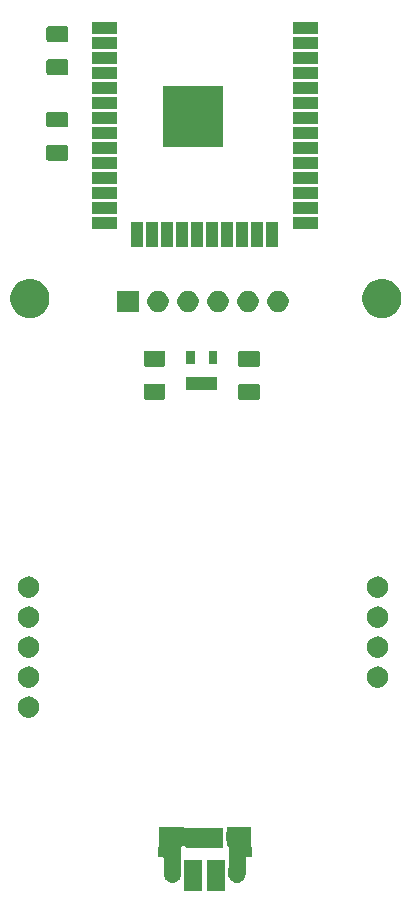
<source format=gbr>
G04 #@! TF.GenerationSoftware,KiCad,Pcbnew,(5.1.6)-1*
G04 #@! TF.CreationDate,2020-07-08T21:30:57-04:00*
G04 #@! TF.ProjectId,co2buddy,636f3262-7564-4647-992e-6b696361645f,rev?*
G04 #@! TF.SameCoordinates,Original*
G04 #@! TF.FileFunction,Soldermask,Top*
G04 #@! TF.FilePolarity,Negative*
%FSLAX46Y46*%
G04 Gerber Fmt 4.6, Leading zero omitted, Abs format (unit mm)*
G04 Created by KiCad (PCBNEW (5.1.6)-1) date 2020-07-08 21:30:57*
%MOMM*%
%LPD*%
G01*
G04 APERTURE LIST*
%ADD10C,0.100000*%
G04 APERTURE END LIST*
D10*
G36*
X136750800Y-106040800D02*
G01*
X135219200Y-106040800D01*
X135219200Y-103439200D01*
X136750800Y-103439200D01*
X136750800Y-106040800D01*
G37*
G36*
X134830800Y-106040800D02*
G01*
X133299200Y-106040800D01*
X133299200Y-103439200D01*
X134830800Y-103439200D01*
X134830800Y-106040800D01*
G37*
G36*
X137468409Y-100668599D02*
G01*
X137480649Y-100669200D01*
X138975800Y-100669200D01*
X138975800Y-102264201D01*
X138978202Y-102288587D01*
X138985315Y-102312036D01*
X138988300Y-102317621D01*
X138988300Y-103190800D01*
X138625799Y-103190800D01*
X138601413Y-103193202D01*
X138577964Y-103200315D01*
X138556353Y-103211866D01*
X138537411Y-103227411D01*
X138521866Y-103246353D01*
X138510315Y-103267964D01*
X138503202Y-103291413D01*
X138500800Y-103315799D01*
X138500800Y-104644171D01*
X138499009Y-104646353D01*
X138487458Y-104667964D01*
X138478545Y-104703547D01*
X138470298Y-104787279D01*
X138459293Y-104823559D01*
X138428796Y-104924095D01*
X138428794Y-104924098D01*
X138361401Y-105050183D01*
X138270701Y-105160701D01*
X138160183Y-105251401D01*
X138034095Y-105318796D01*
X137897283Y-105360298D01*
X137755000Y-105374311D01*
X137612718Y-105360298D01*
X137475906Y-105318796D01*
X137349818Y-105251401D01*
X137239300Y-105160701D01*
X137148599Y-105050182D01*
X137081204Y-104924095D01*
X137039702Y-104787283D01*
X137029200Y-104680650D01*
X137029200Y-104259351D01*
X137039702Y-104152718D01*
X137043817Y-104139154D01*
X137048598Y-104115120D01*
X137049200Y-104102868D01*
X137049200Y-102395799D01*
X137046798Y-102371413D01*
X137039685Y-102347964D01*
X137028134Y-102326353D01*
X137012589Y-102307411D01*
X136993647Y-102291866D01*
X136972036Y-102280315D01*
X136948587Y-102273202D01*
X136924201Y-102270800D01*
X136874200Y-102270800D01*
X136874200Y-101876557D01*
X136871798Y-101852171D01*
X136868823Y-101840293D01*
X136852893Y-101787777D01*
X136844200Y-101699515D01*
X136844200Y-101240486D01*
X136852893Y-101152224D01*
X136868820Y-101099718D01*
X136873598Y-101075696D01*
X136874200Y-101063444D01*
X136874200Y-100669200D01*
X137409351Y-100669200D01*
X137421591Y-100668599D01*
X137445000Y-100666293D01*
X137468409Y-100668599D01*
G37*
G36*
X132722776Y-100677893D02*
G01*
X132742311Y-100683819D01*
X132778591Y-100689200D01*
X133276559Y-100689200D01*
X133281353Y-100693134D01*
X133302964Y-100704685D01*
X133326413Y-100711798D01*
X133350799Y-100714200D01*
X136575800Y-100714200D01*
X136575800Y-102465800D01*
X133474200Y-102465800D01*
X133474200Y-102415799D01*
X133471798Y-102391413D01*
X133464685Y-102367964D01*
X133453134Y-102346353D01*
X133437589Y-102327411D01*
X133418647Y-102311866D01*
X133397036Y-102300315D01*
X133373587Y-102293202D01*
X133349201Y-102290800D01*
X133163299Y-102290800D01*
X133138913Y-102293202D01*
X133115464Y-102300315D01*
X133093853Y-102311866D01*
X133074911Y-102327411D01*
X133059366Y-102346353D01*
X133047815Y-102367964D01*
X133040702Y-102391413D01*
X133038300Y-102415799D01*
X133038300Y-103253025D01*
X133030315Y-103267964D01*
X133023202Y-103291413D01*
X133020800Y-103315799D01*
X133020800Y-104694544D01*
X133018545Y-104703547D01*
X133010298Y-104787279D01*
X132999293Y-104823559D01*
X132968796Y-104924095D01*
X132968794Y-104924098D01*
X132901401Y-105050183D01*
X132810701Y-105160701D01*
X132700183Y-105251401D01*
X132574095Y-105318796D01*
X132437283Y-105360298D01*
X132295000Y-105374311D01*
X132152718Y-105360298D01*
X132015906Y-105318796D01*
X131889818Y-105251401D01*
X131779300Y-105160701D01*
X131688599Y-105050182D01*
X131621204Y-104924095D01*
X131579702Y-104787283D01*
X131571455Y-104703547D01*
X131569200Y-104692209D01*
X131569200Y-103315799D01*
X131566798Y-103291413D01*
X131559685Y-103267964D01*
X131548134Y-103246353D01*
X131532589Y-103227411D01*
X131513647Y-103211866D01*
X131492036Y-103200315D01*
X131468587Y-103193202D01*
X131444201Y-103190800D01*
X131111700Y-103190800D01*
X131111700Y-102317621D01*
X131114685Y-102312036D01*
X131121798Y-102288587D01*
X131124200Y-102264201D01*
X131124200Y-100689200D01*
X132431408Y-100689200D01*
X132467688Y-100683819D01*
X132487223Y-100677893D01*
X132605000Y-100666293D01*
X132722776Y-100677893D01*
G37*
G36*
X120266732Y-89610739D02*
G01*
X120382754Y-89633817D01*
X120546689Y-89701721D01*
X120694227Y-89800303D01*
X120819697Y-89925773D01*
X120918279Y-90073311D01*
X120986183Y-90237246D01*
X121020800Y-90411279D01*
X121020800Y-90588721D01*
X120986183Y-90762754D01*
X120918279Y-90926689D01*
X120819697Y-91074227D01*
X120694227Y-91199697D01*
X120546689Y-91298279D01*
X120382754Y-91366183D01*
X120266732Y-91389261D01*
X120208722Y-91400800D01*
X120031278Y-91400800D01*
X119973268Y-91389261D01*
X119857246Y-91366183D01*
X119693311Y-91298279D01*
X119545773Y-91199697D01*
X119420303Y-91074227D01*
X119321721Y-90926689D01*
X119253817Y-90762754D01*
X119219200Y-90588721D01*
X119219200Y-90411279D01*
X119253817Y-90237246D01*
X119321721Y-90073311D01*
X119420303Y-89925773D01*
X119545773Y-89800303D01*
X119693311Y-89701721D01*
X119857246Y-89633817D01*
X119973268Y-89610739D01*
X120031278Y-89599200D01*
X120208722Y-89599200D01*
X120266732Y-89610739D01*
G37*
G36*
X120266732Y-87070739D02*
G01*
X120382754Y-87093817D01*
X120546689Y-87161721D01*
X120694227Y-87260303D01*
X120819697Y-87385773D01*
X120918279Y-87533311D01*
X120986183Y-87697246D01*
X121020800Y-87871279D01*
X121020800Y-88048721D01*
X120986183Y-88222754D01*
X120918279Y-88386689D01*
X120819697Y-88534227D01*
X120694227Y-88659697D01*
X120546689Y-88758279D01*
X120382754Y-88826183D01*
X120266732Y-88849261D01*
X120208722Y-88860800D01*
X120031278Y-88860800D01*
X119973268Y-88849261D01*
X119857246Y-88826183D01*
X119693311Y-88758279D01*
X119545773Y-88659697D01*
X119420303Y-88534227D01*
X119321721Y-88386689D01*
X119253817Y-88222754D01*
X119219200Y-88048721D01*
X119219200Y-87871279D01*
X119253817Y-87697246D01*
X119321721Y-87533311D01*
X119420303Y-87385773D01*
X119545773Y-87260303D01*
X119693311Y-87161721D01*
X119857246Y-87093817D01*
X119973268Y-87070739D01*
X120031278Y-87059200D01*
X120208722Y-87059200D01*
X120266732Y-87070739D01*
G37*
G36*
X149806732Y-87070739D02*
G01*
X149922754Y-87093817D01*
X150086689Y-87161721D01*
X150234227Y-87260303D01*
X150359697Y-87385773D01*
X150458279Y-87533311D01*
X150526183Y-87697246D01*
X150560800Y-87871279D01*
X150560800Y-88048721D01*
X150526183Y-88222754D01*
X150458279Y-88386689D01*
X150359697Y-88534227D01*
X150234227Y-88659697D01*
X150086689Y-88758279D01*
X149922754Y-88826183D01*
X149806732Y-88849261D01*
X149748722Y-88860800D01*
X149571278Y-88860800D01*
X149513268Y-88849261D01*
X149397246Y-88826183D01*
X149233311Y-88758279D01*
X149085773Y-88659697D01*
X148960303Y-88534227D01*
X148861721Y-88386689D01*
X148793817Y-88222754D01*
X148759200Y-88048721D01*
X148759200Y-87871279D01*
X148793817Y-87697246D01*
X148861721Y-87533311D01*
X148960303Y-87385773D01*
X149085773Y-87260303D01*
X149233311Y-87161721D01*
X149397246Y-87093817D01*
X149513268Y-87070739D01*
X149571278Y-87059200D01*
X149748722Y-87059200D01*
X149806732Y-87070739D01*
G37*
G36*
X120266732Y-84530739D02*
G01*
X120382754Y-84553817D01*
X120546689Y-84621721D01*
X120694227Y-84720303D01*
X120819697Y-84845773D01*
X120918279Y-84993311D01*
X120986183Y-85157246D01*
X121020800Y-85331279D01*
X121020800Y-85508721D01*
X120986183Y-85682754D01*
X120918279Y-85846689D01*
X120819697Y-85994227D01*
X120694227Y-86119697D01*
X120546689Y-86218279D01*
X120382754Y-86286183D01*
X120266732Y-86309261D01*
X120208722Y-86320800D01*
X120031278Y-86320800D01*
X119973268Y-86309261D01*
X119857246Y-86286183D01*
X119693311Y-86218279D01*
X119545773Y-86119697D01*
X119420303Y-85994227D01*
X119321721Y-85846689D01*
X119253817Y-85682754D01*
X119219200Y-85508721D01*
X119219200Y-85331279D01*
X119253817Y-85157246D01*
X119321721Y-84993311D01*
X119420303Y-84845773D01*
X119545773Y-84720303D01*
X119693311Y-84621721D01*
X119857246Y-84553817D01*
X119973268Y-84530739D01*
X120031278Y-84519200D01*
X120208722Y-84519200D01*
X120266732Y-84530739D01*
G37*
G36*
X149806732Y-84530739D02*
G01*
X149922754Y-84553817D01*
X150086689Y-84621721D01*
X150234227Y-84720303D01*
X150359697Y-84845773D01*
X150458279Y-84993311D01*
X150526183Y-85157246D01*
X150560800Y-85331279D01*
X150560800Y-85508721D01*
X150526183Y-85682754D01*
X150458279Y-85846689D01*
X150359697Y-85994227D01*
X150234227Y-86119697D01*
X150086689Y-86218279D01*
X149922754Y-86286183D01*
X149806732Y-86309261D01*
X149748722Y-86320800D01*
X149571278Y-86320800D01*
X149513268Y-86309261D01*
X149397246Y-86286183D01*
X149233311Y-86218279D01*
X149085773Y-86119697D01*
X148960303Y-85994227D01*
X148861721Y-85846689D01*
X148793817Y-85682754D01*
X148759200Y-85508721D01*
X148759200Y-85331279D01*
X148793817Y-85157246D01*
X148861721Y-84993311D01*
X148960303Y-84845773D01*
X149085773Y-84720303D01*
X149233311Y-84621721D01*
X149397246Y-84553817D01*
X149513268Y-84530739D01*
X149571278Y-84519200D01*
X149748722Y-84519200D01*
X149806732Y-84530739D01*
G37*
G36*
X120266732Y-81990739D02*
G01*
X120382754Y-82013817D01*
X120546689Y-82081721D01*
X120694227Y-82180303D01*
X120819697Y-82305773D01*
X120918279Y-82453311D01*
X120986183Y-82617246D01*
X121020800Y-82791279D01*
X121020800Y-82968721D01*
X120986183Y-83142754D01*
X120918279Y-83306689D01*
X120819697Y-83454227D01*
X120694227Y-83579697D01*
X120546689Y-83678279D01*
X120382754Y-83746183D01*
X120266732Y-83769261D01*
X120208722Y-83780800D01*
X120031278Y-83780800D01*
X119973268Y-83769261D01*
X119857246Y-83746183D01*
X119693311Y-83678279D01*
X119545773Y-83579697D01*
X119420303Y-83454227D01*
X119321721Y-83306689D01*
X119253817Y-83142754D01*
X119219200Y-82968721D01*
X119219200Y-82791279D01*
X119253817Y-82617246D01*
X119321721Y-82453311D01*
X119420303Y-82305773D01*
X119545773Y-82180303D01*
X119693311Y-82081721D01*
X119857246Y-82013817D01*
X119973268Y-81990739D01*
X120031278Y-81979200D01*
X120208722Y-81979200D01*
X120266732Y-81990739D01*
G37*
G36*
X149806732Y-81990739D02*
G01*
X149922754Y-82013817D01*
X150086689Y-82081721D01*
X150234227Y-82180303D01*
X150359697Y-82305773D01*
X150458279Y-82453311D01*
X150526183Y-82617246D01*
X150560800Y-82791279D01*
X150560800Y-82968721D01*
X150526183Y-83142754D01*
X150458279Y-83306689D01*
X150359697Y-83454227D01*
X150234227Y-83579697D01*
X150086689Y-83678279D01*
X149922754Y-83746183D01*
X149806732Y-83769261D01*
X149748722Y-83780800D01*
X149571278Y-83780800D01*
X149513268Y-83769261D01*
X149397246Y-83746183D01*
X149233311Y-83678279D01*
X149085773Y-83579697D01*
X148960303Y-83454227D01*
X148861721Y-83306689D01*
X148793817Y-83142754D01*
X148759200Y-82968721D01*
X148759200Y-82791279D01*
X148793817Y-82617246D01*
X148861721Y-82453311D01*
X148960303Y-82305773D01*
X149085773Y-82180303D01*
X149233311Y-82081721D01*
X149397246Y-82013817D01*
X149513268Y-81990739D01*
X149571278Y-81979200D01*
X149748722Y-81979200D01*
X149806732Y-81990739D01*
G37*
G36*
X149806732Y-79450739D02*
G01*
X149922754Y-79473817D01*
X150086689Y-79541721D01*
X150234227Y-79640303D01*
X150359697Y-79765773D01*
X150458279Y-79913311D01*
X150526183Y-80077246D01*
X150560800Y-80251279D01*
X150560800Y-80428721D01*
X150526183Y-80602754D01*
X150458279Y-80766689D01*
X150359697Y-80914227D01*
X150234227Y-81039697D01*
X150086689Y-81138279D01*
X149922754Y-81206183D01*
X149806732Y-81229261D01*
X149748722Y-81240800D01*
X149571278Y-81240800D01*
X149513268Y-81229261D01*
X149397246Y-81206183D01*
X149233311Y-81138279D01*
X149085773Y-81039697D01*
X148960303Y-80914227D01*
X148861721Y-80766689D01*
X148793817Y-80602754D01*
X148759200Y-80428721D01*
X148759200Y-80251279D01*
X148793817Y-80077246D01*
X148861721Y-79913311D01*
X148960303Y-79765773D01*
X149085773Y-79640303D01*
X149233311Y-79541721D01*
X149397246Y-79473817D01*
X149513268Y-79450739D01*
X149571278Y-79439200D01*
X149748722Y-79439200D01*
X149806732Y-79450739D01*
G37*
G36*
X120266732Y-79450739D02*
G01*
X120382754Y-79473817D01*
X120546689Y-79541721D01*
X120694227Y-79640303D01*
X120819697Y-79765773D01*
X120918279Y-79913311D01*
X120986183Y-80077246D01*
X121020800Y-80251279D01*
X121020800Y-80428721D01*
X120986183Y-80602754D01*
X120918279Y-80766689D01*
X120819697Y-80914227D01*
X120694227Y-81039697D01*
X120546689Y-81138279D01*
X120382754Y-81206183D01*
X120266732Y-81229261D01*
X120208722Y-81240800D01*
X120031278Y-81240800D01*
X119973268Y-81229261D01*
X119857246Y-81206183D01*
X119693311Y-81138279D01*
X119545773Y-81039697D01*
X119420303Y-80914227D01*
X119321721Y-80766689D01*
X119253817Y-80602754D01*
X119219200Y-80428721D01*
X119219200Y-80251279D01*
X119253817Y-80077246D01*
X119321721Y-79913311D01*
X119420303Y-79765773D01*
X119545773Y-79640303D01*
X119693311Y-79541721D01*
X119857246Y-79473817D01*
X119973268Y-79450739D01*
X120031278Y-79439200D01*
X120208722Y-79439200D01*
X120266732Y-79450739D01*
G37*
G36*
X131543465Y-63128546D02*
G01*
X131579996Y-63139628D01*
X131613660Y-63157621D01*
X131643165Y-63181835D01*
X131667379Y-63211340D01*
X131685372Y-63245004D01*
X131696454Y-63281535D01*
X131700800Y-63325660D01*
X131700800Y-64274340D01*
X131696454Y-64318465D01*
X131685372Y-64354996D01*
X131667379Y-64388660D01*
X131643165Y-64418165D01*
X131613660Y-64442379D01*
X131579996Y-64460372D01*
X131543465Y-64471454D01*
X131499340Y-64475800D01*
X130050660Y-64475800D01*
X130006535Y-64471454D01*
X129970004Y-64460372D01*
X129936340Y-64442379D01*
X129906835Y-64418165D01*
X129882621Y-64388660D01*
X129864628Y-64354996D01*
X129853546Y-64318465D01*
X129849200Y-64274340D01*
X129849200Y-63325660D01*
X129853546Y-63281535D01*
X129864628Y-63245004D01*
X129882621Y-63211340D01*
X129906835Y-63181835D01*
X129936340Y-63157621D01*
X129970004Y-63139628D01*
X130006535Y-63128546D01*
X130050660Y-63124200D01*
X131499340Y-63124200D01*
X131543465Y-63128546D01*
G37*
G36*
X139543465Y-63128546D02*
G01*
X139579996Y-63139628D01*
X139613660Y-63157621D01*
X139643165Y-63181835D01*
X139667379Y-63211340D01*
X139685372Y-63245004D01*
X139696454Y-63281535D01*
X139700800Y-63325660D01*
X139700800Y-64274340D01*
X139696454Y-64318465D01*
X139685372Y-64354996D01*
X139667379Y-64388660D01*
X139643165Y-64418165D01*
X139613660Y-64442379D01*
X139579996Y-64460372D01*
X139543465Y-64471454D01*
X139499340Y-64475800D01*
X138050660Y-64475800D01*
X138006535Y-64471454D01*
X137970004Y-64460372D01*
X137936340Y-64442379D01*
X137906835Y-64418165D01*
X137882621Y-64388660D01*
X137864628Y-64354996D01*
X137853546Y-64318465D01*
X137849200Y-64274340D01*
X137849200Y-63325660D01*
X137853546Y-63281535D01*
X137864628Y-63245004D01*
X137882621Y-63211340D01*
X137906835Y-63181835D01*
X137936340Y-63157621D01*
X137970004Y-63139628D01*
X138006535Y-63128546D01*
X138050660Y-63124200D01*
X139499340Y-63124200D01*
X139543465Y-63128546D01*
G37*
G36*
X136100800Y-63670800D02*
G01*
X133449200Y-63670800D01*
X133449200Y-62509200D01*
X136100800Y-62509200D01*
X136100800Y-63670800D01*
G37*
G36*
X131543465Y-60328546D02*
G01*
X131579996Y-60339628D01*
X131613660Y-60357621D01*
X131643165Y-60381835D01*
X131667379Y-60411340D01*
X131685372Y-60445004D01*
X131696454Y-60481535D01*
X131700800Y-60525660D01*
X131700800Y-61474340D01*
X131696454Y-61518465D01*
X131685372Y-61554996D01*
X131667379Y-61588660D01*
X131643165Y-61618165D01*
X131613660Y-61642379D01*
X131579996Y-61660372D01*
X131543465Y-61671454D01*
X131499340Y-61675800D01*
X130050660Y-61675800D01*
X130006535Y-61671454D01*
X129970004Y-61660372D01*
X129936340Y-61642379D01*
X129906835Y-61618165D01*
X129882621Y-61588660D01*
X129864628Y-61554996D01*
X129853546Y-61518465D01*
X129849200Y-61474340D01*
X129849200Y-60525660D01*
X129853546Y-60481535D01*
X129864628Y-60445004D01*
X129882621Y-60411340D01*
X129906835Y-60381835D01*
X129936340Y-60357621D01*
X129970004Y-60339628D01*
X130006535Y-60328546D01*
X130050660Y-60324200D01*
X131499340Y-60324200D01*
X131543465Y-60328546D01*
G37*
G36*
X139543465Y-60328546D02*
G01*
X139579996Y-60339628D01*
X139613660Y-60357621D01*
X139643165Y-60381835D01*
X139667379Y-60411340D01*
X139685372Y-60445004D01*
X139696454Y-60481535D01*
X139700800Y-60525660D01*
X139700800Y-61474340D01*
X139696454Y-61518465D01*
X139685372Y-61554996D01*
X139667379Y-61588660D01*
X139643165Y-61618165D01*
X139613660Y-61642379D01*
X139579996Y-61660372D01*
X139543465Y-61671454D01*
X139499340Y-61675800D01*
X138050660Y-61675800D01*
X138006535Y-61671454D01*
X137970004Y-61660372D01*
X137936340Y-61642379D01*
X137906835Y-61618165D01*
X137882621Y-61588660D01*
X137864628Y-61554996D01*
X137853546Y-61518465D01*
X137849200Y-61474340D01*
X137849200Y-60525660D01*
X137853546Y-60481535D01*
X137864628Y-60445004D01*
X137882621Y-60411340D01*
X137906835Y-60381835D01*
X137936340Y-60357621D01*
X137970004Y-60339628D01*
X138006535Y-60328546D01*
X138050660Y-60324200D01*
X139499340Y-60324200D01*
X139543465Y-60328546D01*
G37*
G36*
X136100800Y-61470800D02*
G01*
X135349200Y-61470800D01*
X135349200Y-60309200D01*
X136100800Y-60309200D01*
X136100800Y-61470800D01*
G37*
G36*
X134200800Y-61470800D02*
G01*
X133449200Y-61470800D01*
X133449200Y-60309200D01*
X134200800Y-60309200D01*
X134200800Y-61470800D01*
G37*
G36*
X120493900Y-54270346D02*
G01*
X120706521Y-54312639D01*
X121006947Y-54437080D01*
X121277324Y-54617740D01*
X121507260Y-54847676D01*
X121687920Y-55118053D01*
X121812361Y-55418479D01*
X121875800Y-55737410D01*
X121875800Y-56062590D01*
X121812361Y-56381521D01*
X121687920Y-56681947D01*
X121507260Y-56952324D01*
X121277324Y-57182260D01*
X121006947Y-57362920D01*
X120706521Y-57487361D01*
X120493900Y-57529654D01*
X120387591Y-57550800D01*
X120062409Y-57550800D01*
X119956100Y-57529654D01*
X119743479Y-57487361D01*
X119443053Y-57362920D01*
X119172676Y-57182260D01*
X118942740Y-56952324D01*
X118762080Y-56681947D01*
X118637639Y-56381521D01*
X118574200Y-56062590D01*
X118574200Y-55737410D01*
X118637639Y-55418479D01*
X118762080Y-55118053D01*
X118942740Y-54847676D01*
X119172676Y-54617740D01*
X119443053Y-54437080D01*
X119743479Y-54312639D01*
X119956100Y-54270346D01*
X120062409Y-54249200D01*
X120387591Y-54249200D01*
X120493900Y-54270346D01*
G37*
G36*
X150293900Y-54270346D02*
G01*
X150506521Y-54312639D01*
X150806947Y-54437080D01*
X151077324Y-54617740D01*
X151307260Y-54847676D01*
X151487920Y-55118053D01*
X151612361Y-55418479D01*
X151675800Y-55737410D01*
X151675800Y-56062590D01*
X151612361Y-56381521D01*
X151487920Y-56681947D01*
X151307260Y-56952324D01*
X151077324Y-57182260D01*
X150806947Y-57362920D01*
X150506521Y-57487361D01*
X150293900Y-57529654D01*
X150187591Y-57550800D01*
X149862409Y-57550800D01*
X149756100Y-57529654D01*
X149543479Y-57487361D01*
X149243053Y-57362920D01*
X148972676Y-57182260D01*
X148742740Y-56952324D01*
X148562080Y-56681947D01*
X148437639Y-56381521D01*
X148374200Y-56062590D01*
X148374200Y-55737410D01*
X148437639Y-55418479D01*
X148562080Y-55118053D01*
X148742740Y-54847676D01*
X148972676Y-54617740D01*
X149243053Y-54437080D01*
X149543479Y-54312639D01*
X149756100Y-54270346D01*
X149862409Y-54249200D01*
X150187591Y-54249200D01*
X150293900Y-54270346D01*
G37*
G36*
X141371732Y-55260739D02*
G01*
X141487754Y-55283817D01*
X141651689Y-55351721D01*
X141799227Y-55450303D01*
X141924697Y-55575773D01*
X142023279Y-55723311D01*
X142091183Y-55887246D01*
X142125800Y-56061279D01*
X142125800Y-56238721D01*
X142091183Y-56412754D01*
X142023279Y-56576689D01*
X141924697Y-56724227D01*
X141799227Y-56849697D01*
X141651689Y-56948279D01*
X141487754Y-57016183D01*
X141371732Y-57039261D01*
X141313722Y-57050800D01*
X141136278Y-57050800D01*
X141078268Y-57039261D01*
X140962246Y-57016183D01*
X140798311Y-56948279D01*
X140650773Y-56849697D01*
X140525303Y-56724227D01*
X140426721Y-56576689D01*
X140358817Y-56412754D01*
X140324200Y-56238721D01*
X140324200Y-56061279D01*
X140358817Y-55887246D01*
X140426721Y-55723311D01*
X140525303Y-55575773D01*
X140650773Y-55450303D01*
X140798311Y-55351721D01*
X140962246Y-55283817D01*
X141078268Y-55260739D01*
X141136278Y-55249200D01*
X141313722Y-55249200D01*
X141371732Y-55260739D01*
G37*
G36*
X138831732Y-55260739D02*
G01*
X138947754Y-55283817D01*
X139111689Y-55351721D01*
X139259227Y-55450303D01*
X139384697Y-55575773D01*
X139483279Y-55723311D01*
X139551183Y-55887246D01*
X139585800Y-56061279D01*
X139585800Y-56238721D01*
X139551183Y-56412754D01*
X139483279Y-56576689D01*
X139384697Y-56724227D01*
X139259227Y-56849697D01*
X139111689Y-56948279D01*
X138947754Y-57016183D01*
X138831732Y-57039261D01*
X138773722Y-57050800D01*
X138596278Y-57050800D01*
X138538268Y-57039261D01*
X138422246Y-57016183D01*
X138258311Y-56948279D01*
X138110773Y-56849697D01*
X137985303Y-56724227D01*
X137886721Y-56576689D01*
X137818817Y-56412754D01*
X137784200Y-56238721D01*
X137784200Y-56061279D01*
X137818817Y-55887246D01*
X137886721Y-55723311D01*
X137985303Y-55575773D01*
X138110773Y-55450303D01*
X138258311Y-55351721D01*
X138422246Y-55283817D01*
X138538268Y-55260739D01*
X138596278Y-55249200D01*
X138773722Y-55249200D01*
X138831732Y-55260739D01*
G37*
G36*
X133751732Y-55260739D02*
G01*
X133867754Y-55283817D01*
X134031689Y-55351721D01*
X134179227Y-55450303D01*
X134304697Y-55575773D01*
X134403279Y-55723311D01*
X134471183Y-55887246D01*
X134505800Y-56061279D01*
X134505800Y-56238721D01*
X134471183Y-56412754D01*
X134403279Y-56576689D01*
X134304697Y-56724227D01*
X134179227Y-56849697D01*
X134031689Y-56948279D01*
X133867754Y-57016183D01*
X133751732Y-57039261D01*
X133693722Y-57050800D01*
X133516278Y-57050800D01*
X133458268Y-57039261D01*
X133342246Y-57016183D01*
X133178311Y-56948279D01*
X133030773Y-56849697D01*
X132905303Y-56724227D01*
X132806721Y-56576689D01*
X132738817Y-56412754D01*
X132704200Y-56238721D01*
X132704200Y-56061279D01*
X132738817Y-55887246D01*
X132806721Y-55723311D01*
X132905303Y-55575773D01*
X133030773Y-55450303D01*
X133178311Y-55351721D01*
X133342246Y-55283817D01*
X133458268Y-55260739D01*
X133516278Y-55249200D01*
X133693722Y-55249200D01*
X133751732Y-55260739D01*
G37*
G36*
X131211732Y-55260739D02*
G01*
X131327754Y-55283817D01*
X131491689Y-55351721D01*
X131639227Y-55450303D01*
X131764697Y-55575773D01*
X131863279Y-55723311D01*
X131931183Y-55887246D01*
X131965800Y-56061279D01*
X131965800Y-56238721D01*
X131931183Y-56412754D01*
X131863279Y-56576689D01*
X131764697Y-56724227D01*
X131639227Y-56849697D01*
X131491689Y-56948279D01*
X131327754Y-57016183D01*
X131211732Y-57039261D01*
X131153722Y-57050800D01*
X130976278Y-57050800D01*
X130918268Y-57039261D01*
X130802246Y-57016183D01*
X130638311Y-56948279D01*
X130490773Y-56849697D01*
X130365303Y-56724227D01*
X130266721Y-56576689D01*
X130198817Y-56412754D01*
X130164200Y-56238721D01*
X130164200Y-56061279D01*
X130198817Y-55887246D01*
X130266721Y-55723311D01*
X130365303Y-55575773D01*
X130490773Y-55450303D01*
X130638311Y-55351721D01*
X130802246Y-55283817D01*
X130918268Y-55260739D01*
X130976278Y-55249200D01*
X131153722Y-55249200D01*
X131211732Y-55260739D01*
G37*
G36*
X129425800Y-57050800D02*
G01*
X127624200Y-57050800D01*
X127624200Y-55249200D01*
X129425800Y-55249200D01*
X129425800Y-57050800D01*
G37*
G36*
X136291732Y-55260739D02*
G01*
X136407754Y-55283817D01*
X136571689Y-55351721D01*
X136719227Y-55450303D01*
X136844697Y-55575773D01*
X136943279Y-55723311D01*
X137011183Y-55887246D01*
X137045800Y-56061279D01*
X137045800Y-56238721D01*
X137011183Y-56412754D01*
X136943279Y-56576689D01*
X136844697Y-56724227D01*
X136719227Y-56849697D01*
X136571689Y-56948279D01*
X136407754Y-57016183D01*
X136291732Y-57039261D01*
X136233722Y-57050800D01*
X136056278Y-57050800D01*
X135998268Y-57039261D01*
X135882246Y-57016183D01*
X135718311Y-56948279D01*
X135570773Y-56849697D01*
X135445303Y-56724227D01*
X135346721Y-56576689D01*
X135278817Y-56412754D01*
X135244200Y-56238721D01*
X135244200Y-56061279D01*
X135278817Y-55887246D01*
X135346721Y-55723311D01*
X135445303Y-55575773D01*
X135570773Y-55450303D01*
X135718311Y-55351721D01*
X135882246Y-55283817D01*
X135998268Y-55260739D01*
X136056278Y-55249200D01*
X136233722Y-55249200D01*
X136291732Y-55260739D01*
G37*
G36*
X141240800Y-51565800D02*
G01*
X140239200Y-51565800D01*
X140239200Y-49464200D01*
X141240800Y-49464200D01*
X141240800Y-51565800D01*
G37*
G36*
X138700800Y-51565800D02*
G01*
X137699200Y-51565800D01*
X137699200Y-49464200D01*
X138700800Y-49464200D01*
X138700800Y-51565800D01*
G37*
G36*
X137430800Y-51565800D02*
G01*
X136429200Y-51565800D01*
X136429200Y-49464200D01*
X137430800Y-49464200D01*
X137430800Y-51565800D01*
G37*
G36*
X136160800Y-51565800D02*
G01*
X135159200Y-51565800D01*
X135159200Y-49464200D01*
X136160800Y-49464200D01*
X136160800Y-51565800D01*
G37*
G36*
X134890800Y-51565800D02*
G01*
X133889200Y-51565800D01*
X133889200Y-49464200D01*
X134890800Y-49464200D01*
X134890800Y-51565800D01*
G37*
G36*
X132350800Y-51565800D02*
G01*
X131349200Y-51565800D01*
X131349200Y-49464200D01*
X132350800Y-49464200D01*
X132350800Y-51565800D01*
G37*
G36*
X133620800Y-51565800D02*
G01*
X132619200Y-51565800D01*
X132619200Y-49464200D01*
X133620800Y-49464200D01*
X133620800Y-51565800D01*
G37*
G36*
X139970800Y-51565800D02*
G01*
X138969200Y-51565800D01*
X138969200Y-49464200D01*
X139970800Y-49464200D01*
X139970800Y-51565800D01*
G37*
G36*
X129810800Y-51565800D02*
G01*
X128809200Y-51565800D01*
X128809200Y-49464200D01*
X129810800Y-49464200D01*
X129810800Y-51565800D01*
G37*
G36*
X131080800Y-51565800D02*
G01*
X130079200Y-51565800D01*
X130079200Y-49464200D01*
X131080800Y-49464200D01*
X131080800Y-51565800D01*
G37*
G36*
X144575800Y-50015800D02*
G01*
X142474200Y-50015800D01*
X142474200Y-49014200D01*
X144575800Y-49014200D01*
X144575800Y-50015800D01*
G37*
G36*
X127575800Y-50015800D02*
G01*
X125474200Y-50015800D01*
X125474200Y-49014200D01*
X127575800Y-49014200D01*
X127575800Y-50015800D01*
G37*
G36*
X144575800Y-48745800D02*
G01*
X142474200Y-48745800D01*
X142474200Y-47744200D01*
X144575800Y-47744200D01*
X144575800Y-48745800D01*
G37*
G36*
X127575800Y-48745800D02*
G01*
X125474200Y-48745800D01*
X125474200Y-47744200D01*
X127575800Y-47744200D01*
X127575800Y-48745800D01*
G37*
G36*
X144575800Y-47475800D02*
G01*
X142474200Y-47475800D01*
X142474200Y-46474200D01*
X144575800Y-46474200D01*
X144575800Y-47475800D01*
G37*
G36*
X127575800Y-47475800D02*
G01*
X125474200Y-47475800D01*
X125474200Y-46474200D01*
X127575800Y-46474200D01*
X127575800Y-47475800D01*
G37*
G36*
X144575800Y-46205800D02*
G01*
X142474200Y-46205800D01*
X142474200Y-45204200D01*
X144575800Y-45204200D01*
X144575800Y-46205800D01*
G37*
G36*
X127575800Y-46205800D02*
G01*
X125474200Y-46205800D01*
X125474200Y-45204200D01*
X127575800Y-45204200D01*
X127575800Y-46205800D01*
G37*
G36*
X144575800Y-44935800D02*
G01*
X142474200Y-44935800D01*
X142474200Y-43934200D01*
X144575800Y-43934200D01*
X144575800Y-44935800D01*
G37*
G36*
X127575800Y-44935800D02*
G01*
X125474200Y-44935800D01*
X125474200Y-43934200D01*
X127575800Y-43934200D01*
X127575800Y-44935800D01*
G37*
G36*
X123293465Y-42878546D02*
G01*
X123329996Y-42889628D01*
X123363660Y-42907621D01*
X123393165Y-42931835D01*
X123417379Y-42961340D01*
X123435372Y-42995004D01*
X123446454Y-43031535D01*
X123450800Y-43075660D01*
X123450800Y-44024340D01*
X123446454Y-44068465D01*
X123435372Y-44104996D01*
X123417379Y-44138660D01*
X123393165Y-44168165D01*
X123363660Y-44192379D01*
X123329996Y-44210372D01*
X123293465Y-44221454D01*
X123249340Y-44225800D01*
X121800660Y-44225800D01*
X121756535Y-44221454D01*
X121720004Y-44210372D01*
X121686340Y-44192379D01*
X121656835Y-44168165D01*
X121632621Y-44138660D01*
X121614628Y-44104996D01*
X121603546Y-44068465D01*
X121599200Y-44024340D01*
X121599200Y-43075660D01*
X121603546Y-43031535D01*
X121614628Y-42995004D01*
X121632621Y-42961340D01*
X121656835Y-42931835D01*
X121686340Y-42907621D01*
X121720004Y-42889628D01*
X121756535Y-42878546D01*
X121800660Y-42874200D01*
X123249340Y-42874200D01*
X123293465Y-42878546D01*
G37*
G36*
X127575800Y-43665800D02*
G01*
X125474200Y-43665800D01*
X125474200Y-42664200D01*
X127575800Y-42664200D01*
X127575800Y-43665800D01*
G37*
G36*
X144575800Y-43665800D02*
G01*
X142474200Y-43665800D01*
X142474200Y-42664200D01*
X144575800Y-42664200D01*
X144575800Y-43665800D01*
G37*
G36*
X136575800Y-43055800D02*
G01*
X131474200Y-43055800D01*
X131474200Y-37954200D01*
X136575800Y-37954200D01*
X136575800Y-43055800D01*
G37*
G36*
X144575800Y-42395800D02*
G01*
X142474200Y-42395800D01*
X142474200Y-41394200D01*
X144575800Y-41394200D01*
X144575800Y-42395800D01*
G37*
G36*
X127575800Y-42395800D02*
G01*
X125474200Y-42395800D01*
X125474200Y-41394200D01*
X127575800Y-41394200D01*
X127575800Y-42395800D01*
G37*
G36*
X123293465Y-40078546D02*
G01*
X123329996Y-40089628D01*
X123363660Y-40107621D01*
X123393165Y-40131835D01*
X123417379Y-40161340D01*
X123435372Y-40195004D01*
X123446454Y-40231535D01*
X123450800Y-40275660D01*
X123450800Y-41224340D01*
X123446454Y-41268465D01*
X123435372Y-41304996D01*
X123417379Y-41338660D01*
X123393165Y-41368165D01*
X123363660Y-41392379D01*
X123329996Y-41410372D01*
X123293465Y-41421454D01*
X123249340Y-41425800D01*
X121800660Y-41425800D01*
X121756535Y-41421454D01*
X121720004Y-41410372D01*
X121686340Y-41392379D01*
X121656835Y-41368165D01*
X121632621Y-41338660D01*
X121614628Y-41304996D01*
X121603546Y-41268465D01*
X121599200Y-41224340D01*
X121599200Y-40275660D01*
X121603546Y-40231535D01*
X121614628Y-40195004D01*
X121632621Y-40161340D01*
X121656835Y-40131835D01*
X121686340Y-40107621D01*
X121720004Y-40089628D01*
X121756535Y-40078546D01*
X121800660Y-40074200D01*
X123249340Y-40074200D01*
X123293465Y-40078546D01*
G37*
G36*
X127575800Y-41125800D02*
G01*
X125474200Y-41125800D01*
X125474200Y-40124200D01*
X127575800Y-40124200D01*
X127575800Y-41125800D01*
G37*
G36*
X144575800Y-41125800D02*
G01*
X142474200Y-41125800D01*
X142474200Y-40124200D01*
X144575800Y-40124200D01*
X144575800Y-41125800D01*
G37*
G36*
X144575800Y-39855800D02*
G01*
X142474200Y-39855800D01*
X142474200Y-38854200D01*
X144575800Y-38854200D01*
X144575800Y-39855800D01*
G37*
G36*
X127575800Y-39855800D02*
G01*
X125474200Y-39855800D01*
X125474200Y-38854200D01*
X127575800Y-38854200D01*
X127575800Y-39855800D01*
G37*
G36*
X144575800Y-38585800D02*
G01*
X142474200Y-38585800D01*
X142474200Y-37584200D01*
X144575800Y-37584200D01*
X144575800Y-38585800D01*
G37*
G36*
X127575800Y-38585800D02*
G01*
X125474200Y-38585800D01*
X125474200Y-37584200D01*
X127575800Y-37584200D01*
X127575800Y-38585800D01*
G37*
G36*
X127575800Y-37315800D02*
G01*
X125474200Y-37315800D01*
X125474200Y-36314200D01*
X127575800Y-36314200D01*
X127575800Y-37315800D01*
G37*
G36*
X144575800Y-37315800D02*
G01*
X142474200Y-37315800D01*
X142474200Y-36314200D01*
X144575800Y-36314200D01*
X144575800Y-37315800D01*
G37*
G36*
X123323465Y-35638546D02*
G01*
X123359996Y-35649628D01*
X123393660Y-35667621D01*
X123423165Y-35691835D01*
X123447379Y-35721340D01*
X123465372Y-35755004D01*
X123476454Y-35791535D01*
X123480800Y-35835660D01*
X123480800Y-36784340D01*
X123476454Y-36828465D01*
X123465372Y-36864996D01*
X123447379Y-36898660D01*
X123423165Y-36928165D01*
X123393660Y-36952379D01*
X123359996Y-36970372D01*
X123323465Y-36981454D01*
X123279340Y-36985800D01*
X121830660Y-36985800D01*
X121786535Y-36981454D01*
X121750004Y-36970372D01*
X121716340Y-36952379D01*
X121686835Y-36928165D01*
X121662621Y-36898660D01*
X121644628Y-36864996D01*
X121633546Y-36828465D01*
X121629200Y-36784340D01*
X121629200Y-35835660D01*
X121633546Y-35791535D01*
X121644628Y-35755004D01*
X121662621Y-35721340D01*
X121686835Y-35691835D01*
X121716340Y-35667621D01*
X121750004Y-35649628D01*
X121786535Y-35638546D01*
X121830660Y-35634200D01*
X123279340Y-35634200D01*
X123323465Y-35638546D01*
G37*
G36*
X127575800Y-36045800D02*
G01*
X125474200Y-36045800D01*
X125474200Y-35044200D01*
X127575800Y-35044200D01*
X127575800Y-36045800D01*
G37*
G36*
X144575800Y-36045800D02*
G01*
X142474200Y-36045800D01*
X142474200Y-35044200D01*
X144575800Y-35044200D01*
X144575800Y-36045800D01*
G37*
G36*
X127575800Y-34775800D02*
G01*
X125474200Y-34775800D01*
X125474200Y-33774200D01*
X127575800Y-33774200D01*
X127575800Y-34775800D01*
G37*
G36*
X144575800Y-34775800D02*
G01*
X142474200Y-34775800D01*
X142474200Y-33774200D01*
X144575800Y-33774200D01*
X144575800Y-34775800D01*
G37*
G36*
X123323465Y-32838546D02*
G01*
X123359996Y-32849628D01*
X123393660Y-32867621D01*
X123423165Y-32891835D01*
X123447379Y-32921340D01*
X123465372Y-32955004D01*
X123476454Y-32991535D01*
X123480800Y-33035660D01*
X123480800Y-33984340D01*
X123476454Y-34028465D01*
X123465372Y-34064996D01*
X123447379Y-34098660D01*
X123423165Y-34128165D01*
X123393660Y-34152379D01*
X123359996Y-34170372D01*
X123323465Y-34181454D01*
X123279340Y-34185800D01*
X121830660Y-34185800D01*
X121786535Y-34181454D01*
X121750004Y-34170372D01*
X121716340Y-34152379D01*
X121686835Y-34128165D01*
X121662621Y-34098660D01*
X121644628Y-34064996D01*
X121633546Y-34028465D01*
X121629200Y-33984340D01*
X121629200Y-33035660D01*
X121633546Y-32991535D01*
X121644628Y-32955004D01*
X121662621Y-32921340D01*
X121686835Y-32891835D01*
X121716340Y-32867621D01*
X121750004Y-32849628D01*
X121786535Y-32838546D01*
X121830660Y-32834200D01*
X123279340Y-32834200D01*
X123323465Y-32838546D01*
G37*
G36*
X127575800Y-33505800D02*
G01*
X125474200Y-33505800D01*
X125474200Y-32504200D01*
X127575800Y-32504200D01*
X127575800Y-33505800D01*
G37*
G36*
X144575800Y-33505800D02*
G01*
X142474200Y-33505800D01*
X142474200Y-32504200D01*
X144575800Y-32504200D01*
X144575800Y-33505800D01*
G37*
M02*

</source>
